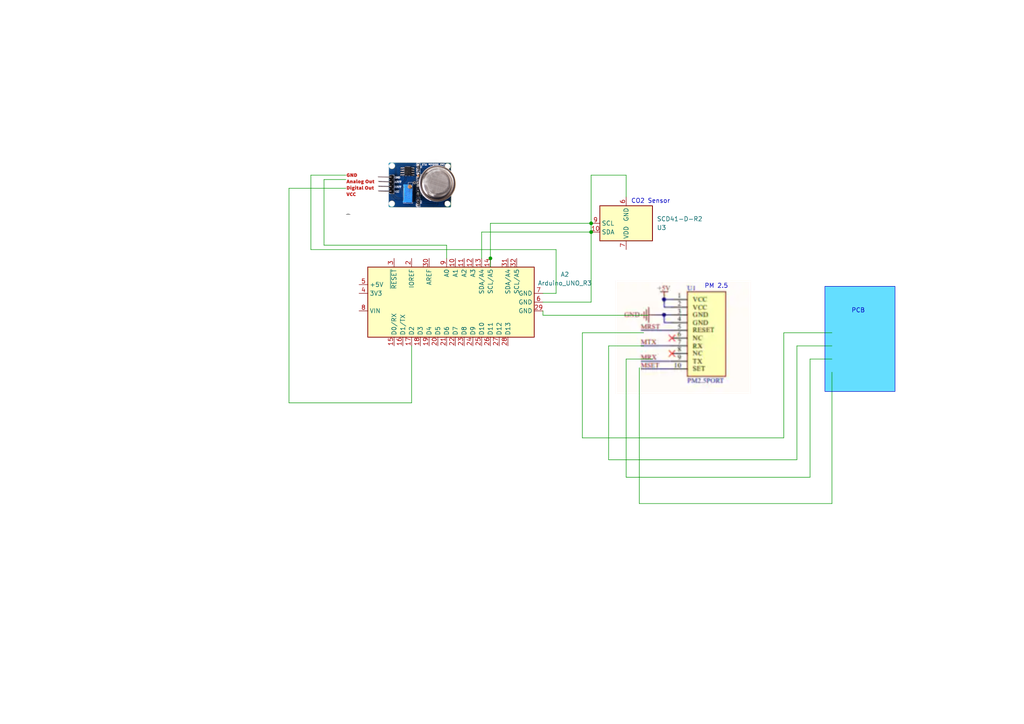
<source format=kicad_sch>
(kicad_sch (version 20231120) (generator "eeschema") (generator_version "8.0")
  (paper "A4")
  (lib_symbols
    (symbol "MCU_Module:Arduino_UNO_R3"
      (property "Reference" "A" (at -10.16 23.495 0))
      (property "Value" "Arduino_UNO_R3" (at 5.08 -26.67 0))
      (symbol "Arduino_UNO_R3_0_1"
        (rectangle (start -10.16 22.86) (end 10.16 -25.4) (stroke (width 0.254)) (fill (type background)))
      )
      (symbol "Arduino_UNO_R3_1_1"
        (pin no_connect line (at -10.16 -20.32 0) (length 2.54) hide (name "NC") (number "1"))
        (pin bidirectional line (at 12.7 -2.54 180) (length 2.54) (name "A1") (number "10"))
        (pin bidirectional line (at 12.7 -5.08 180) (length 2.54) (name "A2") (number "11"))
        (pin bidirectional line (at 12.7 -7.62 180) (length 2.54) (name "A3") (number "12"))
        (pin bidirectional line (at 12.7 -10.16 180) (length 2.54) (name "SDA/A4") (number "13"))
        (pin bidirectional line (at 12.7 -12.7 180) (length 2.54) (name "SCL/A5") (number "14"))
        (pin bidirectional line (at -12.7 15.24 0) (length 2.54) (name "D0/RX") (number "15"))
        (pin bidirectional line (at -12.7 12.7 0) (length 2.54) (name "D1/TX") (number "16"))
        (pin bidirectional line (at -12.7 10.16 0) (length 2.54) (name "D2") (number "17"))
        (pin bidirectional line (at -12.7 7.62 0) (length 2.54) (name "D3") (number "18"))
        (pin bidirectional line (at -12.7 5.08 0) (length 2.54) (name "D4") (number "19"))
        (pin output line (at 12.7 10.16 180) (length 2.54) (name "IOREF") (number "2"))
        (pin bidirectional line (at -12.7 2.54 0) (length 2.54) (name "D5") (number "20"))
        (pin bidirectional line (at -12.7 0 0) (length 2.54) (name "D6") (number "21"))
        (pin bidirectional line (at -12.7 -2.54 0) (length 2.54) (name "D7") (number "22"))
        (pin bidirectional line (at -12.7 -5.08 0) (length 2.54) (name "D8") (number "23"))
        (pin bidirectional line (at -12.7 -7.62 0) (length 2.54) (name "D9") (number "24"))
        (pin bidirectional line (at -12.7 -10.16 0) (length 2.54) (name "D10") (number "25"))
        (pin bidirectional line (at -12.7 -12.7 0) (length 2.54) (name "D11") (number "26"))
        (pin bidirectional line (at -12.7 -15.24 0) (length 2.54) (name "D12") (number "27"))
        (pin bidirectional line (at -12.7 -17.78 0) (length 2.54) (name "D13") (number "28"))
        (pin power_in line (at -2.54 -27.94 90) (length 2.54) (name "GND") (number "29"))
        (pin input line (at 12.7 15.24 180) (length 2.54) (name "~{RESET}") (number "3"))
        (pin input line (at 12.7 5.08 180) (length 2.54) (name "AREF") (number "30"))
        (pin bidirectional line (at 12.7 -17.78 180) (length 2.54) (name "SDA/A4") (number "31"))
        (pin bidirectional line (at 12.7 -20.32 180) (length 2.54) (name "SCL/A5") (number "32"))
        (pin power_out line (at 2.54 25.4 270) (length 2.54) (name "3V3") (number "4"))
        (pin power_out line (at 5.08 25.4 270) (length 2.54) (name "+5V") (number "5"))
        (pin power_in line (at 0 -27.94 90) (length 2.54) (name "GND") (number "6"))
        (pin power_in line (at 2.54 -27.94 90) (length 2.54) (name "GND") (number "7"))
        (pin power_in line (at -2.54 25.4 270) (length 2.54) (name "VIN") (number "8"))
        (pin bidirectional line (at 12.7 0 180) (length 2.54) (name "A0") (number "9"))
      )
    )
    (symbol "Sensor_Gas:SCD41-D-R2"
      (property "Reference" "U" (at -7.62 6.35 0))
      (property "Value" "SCD41-D-R2" (at 6.985 6.35 0))
      (symbol "SCD41-D-R2_0_1"
        (rectangle (start 7.62 5.08) (end -7.62 -5.08) (stroke (width 0.254)) (fill (type background)))
      )
      (symbol "SCD41-D-R2_1_1"
        (pin bidirectional line (at 10.16 2.54 180) (length 2.54) (name "SDA") (number "10"))
        (pin passive line (at 0 7.62 270) (length 2.54) hide (name "VDD") (number "19"))
        (pin passive line (at 0 -7.62 90) (length 2.54) hide (name "GND") (number "20"))
        (pin passive line (at 0 -7.62 90) (length 2.54) hide (name "GND") (number "21"))
        (pin power_in line (at 0 -7.62 90) (length 2.54) (name "GND") (number "6"))
        (pin power_in line (at 0 7.62 270) (length 2.54) (name "VDD") (number "7"))
        (pin input line (at 10.16 0 180) (length 2.54) (name "SCL") (number "9"))
      )
    )
  )
  (junction (at 142.24 74.93))
  (junction (at 171.45 67.31))
  (junction (at 171.45 64.77))
  (wire (pts (xy 168.91 96.52) (xy 186.69 96.52)))
  (wire (pts (xy 90.17 50.8) (xy 90.17 72.39)))
  (wire (pts (xy 90.17 72.39) (xy 161.29 72.39)))
  (wire (pts (xy 83.82 54.61) (xy 83.82 116.84)))
  (wire (pts (xy 241.3 100.33) (xy 231.14 100.33)))
  (wire (pts (xy 161.29 85.09) (xy 157.48 85.09)))
  (wire (pts (xy 139.7 67.31) (xy 139.7 74.93)))
  (wire (pts (xy 171.45 67.31) (xy 171.45 87.63)))
  (wire (pts (xy 181.61 50.8) (xy 171.45 50.8)))
  (wire (pts (xy 142.24 74.93) (xy 142.24 77.47)))
  (wire (pts (xy 181.61 104.14) (xy 189.23 104.14)))
  (wire (pts (xy 129.54 71.12) (xy 129.54 74.93)))
  (wire (pts (xy 185.42 106.68) (xy 185.42 146.05)))
  (wire (pts (xy 241.3 107.95) (xy 241.3 146.05)))
  (wire (pts (xy 171.45 87.63) (xy 157.48 87.63)))
  (wire (pts (xy 241.3 146.05) (xy 185.42 146.05)))
  (wire (pts (xy 119.38 100.33) (xy 119.38 116.84)))
  (wire (pts (xy 234.95 138.43) (xy 181.61 138.43)))
  (wire (pts (xy 93.98 71.12) (xy 129.54 71.12)))
  (wire (pts (xy 176.53 100.33) (xy 186.69 100.33)))
  (wire (pts (xy 231.14 100.33) (xy 231.14 133.35)))
  (wire (pts (xy 181.61 57.15) (xy 181.61 50.8)))
  (wire (pts (xy 241.3 96.52) (xy 227.33 96.52)))
  (wire (pts (xy 171.45 64.77) (xy 171.45 67.31)))
  (wire (pts (xy 171.45 50.8) (xy 171.45 64.77)))
  (wire (pts (xy 171.45 64.77) (xy 142.24 64.77)))
  (wire (pts (xy 100.33 52.07) (xy 93.98 52.07)))
  (wire (pts (xy 234.95 104.14) (xy 234.95 138.43)))
  (wire (pts (xy 231.14 133.35) (xy 176.53 133.35)))
  (wire (pts (xy 157.48 91.44) (xy 157.48 90.17)))
  (wire (pts (xy 93.98 52.07) (xy 93.98 71.12)))
  (wire (pts (xy 100.33 54.61) (xy 83.82 54.61)))
  (wire (pts (xy 227.33 127) (xy 168.91 127)))
  (wire (pts (xy 83.82 116.84) (xy 119.38 116.84)))
  (wire (pts (xy 161.29 72.39) (xy 161.29 85.09)))
  (wire (pts (xy 171.45 67.31) (xy 139.7 67.31)))
  (wire (pts (xy 181.61 138.43) (xy 181.61 104.14)))
  (wire (pts (xy 168.91 127) (xy 168.91 96.52)))
  (wire (pts (xy 142.24 64.77) (xy 142.24 74.93)))
  (wire (pts (xy 241.3 104.14) (xy 234.95 104.14)))
  (wire (pts (xy 187.96 91.44) (xy 157.48 91.44)))
  (wire (pts (xy 227.33 96.52) (xy 227.33 127)))
  (wire (pts (xy 100.33 50.8) (xy 90.17 50.8)))
  (wire (pts (xy 176.53 133.35) (xy 176.53 100.33)))
  (rectangle (start 239.268 83.058) (end 259.588 113.538) (fill (type color) (color 100 222 255 1)))
  (image (at 198.12 97.79) (scale 0.287862))
  (image (at 116.84 53.34) (scale 0.161671))
  (text "CO2 Sensor\n" (at 188.722 58.42 0) (effects (font (size 1.27 1.27))))
  (text "PM 2.5" (at 207.772 83.058 0) (effects (font (size 1.27 1.27))))
  (text "PCB\n" (at 248.92 90.17 0) (effects (font (size 1.27 1.27))))
  (symbol (lib_id "Sensor_Gas:SCD41-D-R2") (at 181.61 64.77 180) (unit 1)
    (property "Reference" "U3" (at 190.5 66.0401 0) (effects (justify right)))
    (property "Value" "SCD41-D-R2" (at 190.5 63.5001 0) (effects (justify right)))
    (property "Footprint" "Sensor:Sensirion_SCD4x-1EP_10.1x10.1mm_P1.25mm_EP4.8x4.8mm" (effects (hide yes)))
    (property "Datasheet" "https://sensirion.com/media/documents/E0F04247/631EF271/CD_DS_SCD40_SCD41_Datasheet_D1.pdf" (effects (hide yes)))
    (property "Description" "Photoacoustic CO2 sensor, 40 000 ppm, I2C, 2.4-5.5 V, High accuracy  400 - 5000 ppm" (effects (hide yes)))
  )
  (symbol (lib_id "MCU_Module:Arduino_UNO_R3") (at 129.54 87.63 90) (unit 1)
    (property "Reference" "A2" (at 163.83 79.5938 90))
    (property "Value" "Arduino_UNO_R3" (at 163.83 82.1338 90))
    (property "Footprint" "Module:Arduino_UNO_R3" (effects (hide yes)))
    (property "Datasheet" "https://www.arduino.cc/en/Main/arduinoBoardUno" (effects (hide yes)))
    (property "Description" "Arduino UNO Microcontroller Module, release 3" (effects (hide yes)))
  )
)
</source>
